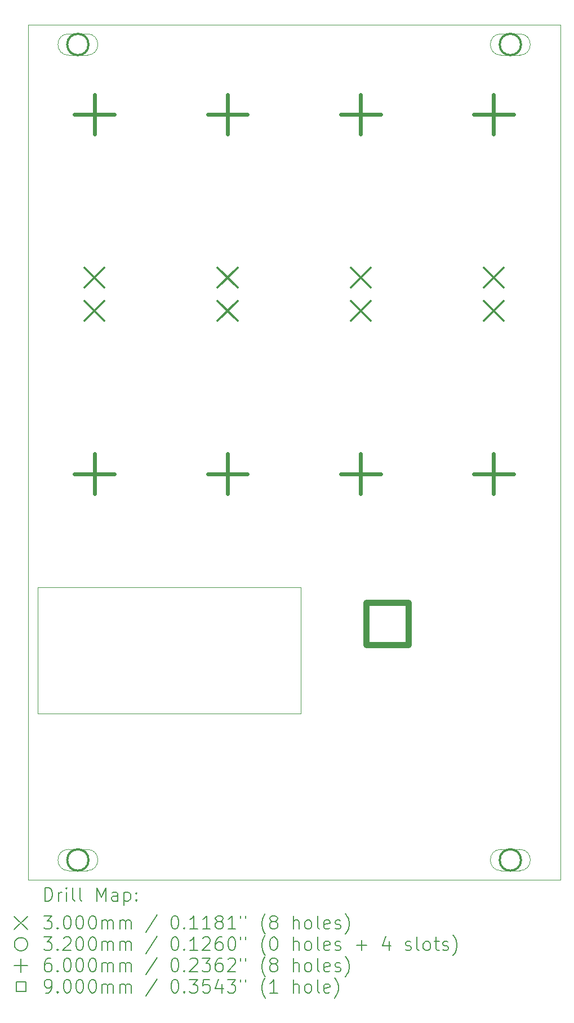
<source format=gbr>
%TF.GenerationSoftware,KiCad,Pcbnew,8.0.4+1*%
%TF.CreationDate,2024-09-11T08:07:54+08:00*%
%TF.ProjectId,MiniSeq - Panel,4d696e69-5365-4712-902d-2050616e656c,v0.1*%
%TF.SameCoordinates,Original*%
%TF.FileFunction,Drillmap*%
%TF.FilePolarity,Positive*%
%FSLAX45Y45*%
G04 Gerber Fmt 4.5, Leading zero omitted, Abs format (unit mm)*
G04 Created by KiCad (PCBNEW 8.0.4+1) date 2024-09-11 08:07:54*
%MOMM*%
%LPD*%
G01*
G04 APERTURE LIST*
%ADD10C,0.100000*%
%ADD11C,0.200000*%
%ADD12C,0.300000*%
%ADD13C,0.320000*%
%ADD14C,0.600000*%
%ADD15C,0.900000*%
G04 APERTURE END LIST*
D10*
X5000000Y-3000000D02*
X13000000Y-3000000D01*
X13000000Y-15850000D01*
X5000000Y-15850000D01*
X5000000Y-3000000D01*
X5150000Y-11450000D02*
X9100000Y-11450000D01*
X9100000Y-13350000D01*
X5150000Y-13350000D01*
X5150000Y-11450000D01*
D11*
D12*
X5850000Y-6650000D02*
X6150000Y-6950000D01*
X6150000Y-6650000D02*
X5850000Y-6950000D01*
X5850000Y-7150000D02*
X6150000Y-7450000D01*
X6150000Y-7150000D02*
X5850000Y-7450000D01*
X7850000Y-6650000D02*
X8150000Y-6950000D01*
X8150000Y-6650000D02*
X7850000Y-6950000D01*
X7850000Y-7150000D02*
X8150000Y-7450000D01*
X8150000Y-7150000D02*
X7850000Y-7450000D01*
X9850000Y-6650000D02*
X10150000Y-6950000D01*
X10150000Y-6650000D02*
X9850000Y-6950000D01*
X9850000Y-7150000D02*
X10150000Y-7450000D01*
X10150000Y-7150000D02*
X9850000Y-7450000D01*
X11850000Y-6650000D02*
X12150000Y-6950000D01*
X12150000Y-6650000D02*
X11850000Y-6950000D01*
X11850000Y-7150000D02*
X12150000Y-7450000D01*
X12150000Y-7150000D02*
X11850000Y-7450000D01*
D13*
X5910000Y-3300000D02*
G75*
G02*
X5590000Y-3300000I-160000J0D01*
G01*
X5590000Y-3300000D02*
G75*
G02*
X5910000Y-3300000I160000J0D01*
G01*
D10*
X5610000Y-3460000D02*
X5890000Y-3460000D01*
X5890000Y-3140000D02*
G75*
G02*
X5890000Y-3460000I0J-160000D01*
G01*
X5890000Y-3140000D02*
X5610000Y-3140000D01*
X5610000Y-3140000D02*
G75*
G03*
X5610000Y-3460000I0J-160000D01*
G01*
D13*
X5910000Y-15550000D02*
G75*
G02*
X5590000Y-15550000I-160000J0D01*
G01*
X5590000Y-15550000D02*
G75*
G02*
X5910000Y-15550000I160000J0D01*
G01*
D10*
X5610000Y-15710000D02*
X5890000Y-15710000D01*
X5890000Y-15390000D02*
G75*
G02*
X5890000Y-15710000I0J-160000D01*
G01*
X5890000Y-15390000D02*
X5610000Y-15390000D01*
X5610000Y-15390000D02*
G75*
G03*
X5610000Y-15710000I0J-160000D01*
G01*
D13*
X12410000Y-3300000D02*
G75*
G02*
X12090000Y-3300000I-160000J0D01*
G01*
X12090000Y-3300000D02*
G75*
G02*
X12410000Y-3300000I160000J0D01*
G01*
D10*
X12110000Y-3460000D02*
X12390000Y-3460000D01*
X12390000Y-3140000D02*
G75*
G02*
X12390000Y-3460000I0J-160000D01*
G01*
X12390000Y-3140000D02*
X12110000Y-3140000D01*
X12110000Y-3140000D02*
G75*
G03*
X12110000Y-3460000I0J-160000D01*
G01*
D13*
X12410000Y-15550000D02*
G75*
G02*
X12090000Y-15550000I-160000J0D01*
G01*
X12090000Y-15550000D02*
G75*
G02*
X12410000Y-15550000I160000J0D01*
G01*
D10*
X12110000Y-15710000D02*
X12390000Y-15710000D01*
X12390000Y-15390000D02*
G75*
G02*
X12390000Y-15710000I0J-160000D01*
G01*
X12390000Y-15390000D02*
X12110000Y-15390000D01*
X12110000Y-15390000D02*
G75*
G03*
X12110000Y-15710000I0J-160000D01*
G01*
D14*
X6000000Y-4050000D02*
X6000000Y-4650000D01*
X5700000Y-4350000D02*
X6300000Y-4350000D01*
X6000000Y-9450000D02*
X6000000Y-10050000D01*
X5700000Y-9750000D02*
X6300000Y-9750000D01*
X8000000Y-4050000D02*
X8000000Y-4650000D01*
X7700000Y-4350000D02*
X8300000Y-4350000D01*
X8000000Y-9450000D02*
X8000000Y-10050000D01*
X7700000Y-9750000D02*
X8300000Y-9750000D01*
X10000000Y-4050000D02*
X10000000Y-4650000D01*
X9700000Y-4350000D02*
X10300000Y-4350000D01*
X10000000Y-9450000D02*
X10000000Y-10050000D01*
X9700000Y-9750000D02*
X10300000Y-9750000D01*
X12000000Y-4050000D02*
X12000000Y-4650000D01*
X11700000Y-4350000D02*
X12300000Y-4350000D01*
X12000000Y-9450000D02*
X12000000Y-10050000D01*
X11700000Y-9750000D02*
X12300000Y-9750000D01*
D15*
X10718201Y-12318201D02*
X10718201Y-11681799D01*
X10081799Y-11681799D01*
X10081799Y-12318201D01*
X10718201Y-12318201D01*
D11*
X5255777Y-16166484D02*
X5255777Y-15966484D01*
X5255777Y-15966484D02*
X5303396Y-15966484D01*
X5303396Y-15966484D02*
X5331967Y-15976008D01*
X5331967Y-15976008D02*
X5351015Y-15995055D01*
X5351015Y-15995055D02*
X5360539Y-16014103D01*
X5360539Y-16014103D02*
X5370063Y-16052198D01*
X5370063Y-16052198D02*
X5370063Y-16080769D01*
X5370063Y-16080769D02*
X5360539Y-16118865D01*
X5360539Y-16118865D02*
X5351015Y-16137912D01*
X5351015Y-16137912D02*
X5331967Y-16156960D01*
X5331967Y-16156960D02*
X5303396Y-16166484D01*
X5303396Y-16166484D02*
X5255777Y-16166484D01*
X5455777Y-16166484D02*
X5455777Y-16033150D01*
X5455777Y-16071246D02*
X5465301Y-16052198D01*
X5465301Y-16052198D02*
X5474824Y-16042674D01*
X5474824Y-16042674D02*
X5493872Y-16033150D01*
X5493872Y-16033150D02*
X5512920Y-16033150D01*
X5579586Y-16166484D02*
X5579586Y-16033150D01*
X5579586Y-15966484D02*
X5570063Y-15976008D01*
X5570063Y-15976008D02*
X5579586Y-15985531D01*
X5579586Y-15985531D02*
X5589110Y-15976008D01*
X5589110Y-15976008D02*
X5579586Y-15966484D01*
X5579586Y-15966484D02*
X5579586Y-15985531D01*
X5703396Y-16166484D02*
X5684348Y-16156960D01*
X5684348Y-16156960D02*
X5674824Y-16137912D01*
X5674824Y-16137912D02*
X5674824Y-15966484D01*
X5808158Y-16166484D02*
X5789110Y-16156960D01*
X5789110Y-16156960D02*
X5779586Y-16137912D01*
X5779586Y-16137912D02*
X5779586Y-15966484D01*
X6036729Y-16166484D02*
X6036729Y-15966484D01*
X6036729Y-15966484D02*
X6103396Y-16109341D01*
X6103396Y-16109341D02*
X6170062Y-15966484D01*
X6170062Y-15966484D02*
X6170062Y-16166484D01*
X6351015Y-16166484D02*
X6351015Y-16061722D01*
X6351015Y-16061722D02*
X6341491Y-16042674D01*
X6341491Y-16042674D02*
X6322443Y-16033150D01*
X6322443Y-16033150D02*
X6284348Y-16033150D01*
X6284348Y-16033150D02*
X6265301Y-16042674D01*
X6351015Y-16156960D02*
X6331967Y-16166484D01*
X6331967Y-16166484D02*
X6284348Y-16166484D01*
X6284348Y-16166484D02*
X6265301Y-16156960D01*
X6265301Y-16156960D02*
X6255777Y-16137912D01*
X6255777Y-16137912D02*
X6255777Y-16118865D01*
X6255777Y-16118865D02*
X6265301Y-16099817D01*
X6265301Y-16099817D02*
X6284348Y-16090293D01*
X6284348Y-16090293D02*
X6331967Y-16090293D01*
X6331967Y-16090293D02*
X6351015Y-16080769D01*
X6446253Y-16033150D02*
X6446253Y-16233150D01*
X6446253Y-16042674D02*
X6465301Y-16033150D01*
X6465301Y-16033150D02*
X6503396Y-16033150D01*
X6503396Y-16033150D02*
X6522443Y-16042674D01*
X6522443Y-16042674D02*
X6531967Y-16052198D01*
X6531967Y-16052198D02*
X6541491Y-16071246D01*
X6541491Y-16071246D02*
X6541491Y-16128388D01*
X6541491Y-16128388D02*
X6531967Y-16147436D01*
X6531967Y-16147436D02*
X6522443Y-16156960D01*
X6522443Y-16156960D02*
X6503396Y-16166484D01*
X6503396Y-16166484D02*
X6465301Y-16166484D01*
X6465301Y-16166484D02*
X6446253Y-16156960D01*
X6627205Y-16147436D02*
X6636729Y-16156960D01*
X6636729Y-16156960D02*
X6627205Y-16166484D01*
X6627205Y-16166484D02*
X6617682Y-16156960D01*
X6617682Y-16156960D02*
X6627205Y-16147436D01*
X6627205Y-16147436D02*
X6627205Y-16166484D01*
X6627205Y-16042674D02*
X6636729Y-16052198D01*
X6636729Y-16052198D02*
X6627205Y-16061722D01*
X6627205Y-16061722D02*
X6617682Y-16052198D01*
X6617682Y-16052198D02*
X6627205Y-16042674D01*
X6627205Y-16042674D02*
X6627205Y-16061722D01*
X4795000Y-16395000D02*
X4995000Y-16595000D01*
X4995000Y-16395000D02*
X4795000Y-16595000D01*
X5236729Y-16386484D02*
X5360539Y-16386484D01*
X5360539Y-16386484D02*
X5293872Y-16462674D01*
X5293872Y-16462674D02*
X5322444Y-16462674D01*
X5322444Y-16462674D02*
X5341491Y-16472198D01*
X5341491Y-16472198D02*
X5351015Y-16481722D01*
X5351015Y-16481722D02*
X5360539Y-16500769D01*
X5360539Y-16500769D02*
X5360539Y-16548388D01*
X5360539Y-16548388D02*
X5351015Y-16567436D01*
X5351015Y-16567436D02*
X5341491Y-16576960D01*
X5341491Y-16576960D02*
X5322444Y-16586484D01*
X5322444Y-16586484D02*
X5265301Y-16586484D01*
X5265301Y-16586484D02*
X5246253Y-16576960D01*
X5246253Y-16576960D02*
X5236729Y-16567436D01*
X5446253Y-16567436D02*
X5455777Y-16576960D01*
X5455777Y-16576960D02*
X5446253Y-16586484D01*
X5446253Y-16586484D02*
X5436729Y-16576960D01*
X5436729Y-16576960D02*
X5446253Y-16567436D01*
X5446253Y-16567436D02*
X5446253Y-16586484D01*
X5579586Y-16386484D02*
X5598634Y-16386484D01*
X5598634Y-16386484D02*
X5617682Y-16396008D01*
X5617682Y-16396008D02*
X5627205Y-16405531D01*
X5627205Y-16405531D02*
X5636729Y-16424579D01*
X5636729Y-16424579D02*
X5646253Y-16462674D01*
X5646253Y-16462674D02*
X5646253Y-16510293D01*
X5646253Y-16510293D02*
X5636729Y-16548388D01*
X5636729Y-16548388D02*
X5627205Y-16567436D01*
X5627205Y-16567436D02*
X5617682Y-16576960D01*
X5617682Y-16576960D02*
X5598634Y-16586484D01*
X5598634Y-16586484D02*
X5579586Y-16586484D01*
X5579586Y-16586484D02*
X5560539Y-16576960D01*
X5560539Y-16576960D02*
X5551015Y-16567436D01*
X5551015Y-16567436D02*
X5541491Y-16548388D01*
X5541491Y-16548388D02*
X5531967Y-16510293D01*
X5531967Y-16510293D02*
X5531967Y-16462674D01*
X5531967Y-16462674D02*
X5541491Y-16424579D01*
X5541491Y-16424579D02*
X5551015Y-16405531D01*
X5551015Y-16405531D02*
X5560539Y-16396008D01*
X5560539Y-16396008D02*
X5579586Y-16386484D01*
X5770062Y-16386484D02*
X5789110Y-16386484D01*
X5789110Y-16386484D02*
X5808158Y-16396008D01*
X5808158Y-16396008D02*
X5817682Y-16405531D01*
X5817682Y-16405531D02*
X5827205Y-16424579D01*
X5827205Y-16424579D02*
X5836729Y-16462674D01*
X5836729Y-16462674D02*
X5836729Y-16510293D01*
X5836729Y-16510293D02*
X5827205Y-16548388D01*
X5827205Y-16548388D02*
X5817682Y-16567436D01*
X5817682Y-16567436D02*
X5808158Y-16576960D01*
X5808158Y-16576960D02*
X5789110Y-16586484D01*
X5789110Y-16586484D02*
X5770062Y-16586484D01*
X5770062Y-16586484D02*
X5751015Y-16576960D01*
X5751015Y-16576960D02*
X5741491Y-16567436D01*
X5741491Y-16567436D02*
X5731967Y-16548388D01*
X5731967Y-16548388D02*
X5722443Y-16510293D01*
X5722443Y-16510293D02*
X5722443Y-16462674D01*
X5722443Y-16462674D02*
X5731967Y-16424579D01*
X5731967Y-16424579D02*
X5741491Y-16405531D01*
X5741491Y-16405531D02*
X5751015Y-16396008D01*
X5751015Y-16396008D02*
X5770062Y-16386484D01*
X5960539Y-16386484D02*
X5979586Y-16386484D01*
X5979586Y-16386484D02*
X5998634Y-16396008D01*
X5998634Y-16396008D02*
X6008158Y-16405531D01*
X6008158Y-16405531D02*
X6017682Y-16424579D01*
X6017682Y-16424579D02*
X6027205Y-16462674D01*
X6027205Y-16462674D02*
X6027205Y-16510293D01*
X6027205Y-16510293D02*
X6017682Y-16548388D01*
X6017682Y-16548388D02*
X6008158Y-16567436D01*
X6008158Y-16567436D02*
X5998634Y-16576960D01*
X5998634Y-16576960D02*
X5979586Y-16586484D01*
X5979586Y-16586484D02*
X5960539Y-16586484D01*
X5960539Y-16586484D02*
X5941491Y-16576960D01*
X5941491Y-16576960D02*
X5931967Y-16567436D01*
X5931967Y-16567436D02*
X5922443Y-16548388D01*
X5922443Y-16548388D02*
X5912920Y-16510293D01*
X5912920Y-16510293D02*
X5912920Y-16462674D01*
X5912920Y-16462674D02*
X5922443Y-16424579D01*
X5922443Y-16424579D02*
X5931967Y-16405531D01*
X5931967Y-16405531D02*
X5941491Y-16396008D01*
X5941491Y-16396008D02*
X5960539Y-16386484D01*
X6112920Y-16586484D02*
X6112920Y-16453150D01*
X6112920Y-16472198D02*
X6122443Y-16462674D01*
X6122443Y-16462674D02*
X6141491Y-16453150D01*
X6141491Y-16453150D02*
X6170063Y-16453150D01*
X6170063Y-16453150D02*
X6189110Y-16462674D01*
X6189110Y-16462674D02*
X6198634Y-16481722D01*
X6198634Y-16481722D02*
X6198634Y-16586484D01*
X6198634Y-16481722D02*
X6208158Y-16462674D01*
X6208158Y-16462674D02*
X6227205Y-16453150D01*
X6227205Y-16453150D02*
X6255777Y-16453150D01*
X6255777Y-16453150D02*
X6274824Y-16462674D01*
X6274824Y-16462674D02*
X6284348Y-16481722D01*
X6284348Y-16481722D02*
X6284348Y-16586484D01*
X6379586Y-16586484D02*
X6379586Y-16453150D01*
X6379586Y-16472198D02*
X6389110Y-16462674D01*
X6389110Y-16462674D02*
X6408158Y-16453150D01*
X6408158Y-16453150D02*
X6436729Y-16453150D01*
X6436729Y-16453150D02*
X6455777Y-16462674D01*
X6455777Y-16462674D02*
X6465301Y-16481722D01*
X6465301Y-16481722D02*
X6465301Y-16586484D01*
X6465301Y-16481722D02*
X6474824Y-16462674D01*
X6474824Y-16462674D02*
X6493872Y-16453150D01*
X6493872Y-16453150D02*
X6522443Y-16453150D01*
X6522443Y-16453150D02*
X6541491Y-16462674D01*
X6541491Y-16462674D02*
X6551015Y-16481722D01*
X6551015Y-16481722D02*
X6551015Y-16586484D01*
X6941491Y-16376960D02*
X6770063Y-16634103D01*
X7198634Y-16386484D02*
X7217682Y-16386484D01*
X7217682Y-16386484D02*
X7236729Y-16396008D01*
X7236729Y-16396008D02*
X7246253Y-16405531D01*
X7246253Y-16405531D02*
X7255777Y-16424579D01*
X7255777Y-16424579D02*
X7265301Y-16462674D01*
X7265301Y-16462674D02*
X7265301Y-16510293D01*
X7265301Y-16510293D02*
X7255777Y-16548388D01*
X7255777Y-16548388D02*
X7246253Y-16567436D01*
X7246253Y-16567436D02*
X7236729Y-16576960D01*
X7236729Y-16576960D02*
X7217682Y-16586484D01*
X7217682Y-16586484D02*
X7198634Y-16586484D01*
X7198634Y-16586484D02*
X7179586Y-16576960D01*
X7179586Y-16576960D02*
X7170063Y-16567436D01*
X7170063Y-16567436D02*
X7160539Y-16548388D01*
X7160539Y-16548388D02*
X7151015Y-16510293D01*
X7151015Y-16510293D02*
X7151015Y-16462674D01*
X7151015Y-16462674D02*
X7160539Y-16424579D01*
X7160539Y-16424579D02*
X7170063Y-16405531D01*
X7170063Y-16405531D02*
X7179586Y-16396008D01*
X7179586Y-16396008D02*
X7198634Y-16386484D01*
X7351015Y-16567436D02*
X7360539Y-16576960D01*
X7360539Y-16576960D02*
X7351015Y-16586484D01*
X7351015Y-16586484D02*
X7341491Y-16576960D01*
X7341491Y-16576960D02*
X7351015Y-16567436D01*
X7351015Y-16567436D02*
X7351015Y-16586484D01*
X7551015Y-16586484D02*
X7436729Y-16586484D01*
X7493872Y-16586484D02*
X7493872Y-16386484D01*
X7493872Y-16386484D02*
X7474825Y-16415055D01*
X7474825Y-16415055D02*
X7455777Y-16434103D01*
X7455777Y-16434103D02*
X7436729Y-16443627D01*
X7741491Y-16586484D02*
X7627206Y-16586484D01*
X7684348Y-16586484D02*
X7684348Y-16386484D01*
X7684348Y-16386484D02*
X7665301Y-16415055D01*
X7665301Y-16415055D02*
X7646253Y-16434103D01*
X7646253Y-16434103D02*
X7627206Y-16443627D01*
X7855777Y-16472198D02*
X7836729Y-16462674D01*
X7836729Y-16462674D02*
X7827206Y-16453150D01*
X7827206Y-16453150D02*
X7817682Y-16434103D01*
X7817682Y-16434103D02*
X7817682Y-16424579D01*
X7817682Y-16424579D02*
X7827206Y-16405531D01*
X7827206Y-16405531D02*
X7836729Y-16396008D01*
X7836729Y-16396008D02*
X7855777Y-16386484D01*
X7855777Y-16386484D02*
X7893872Y-16386484D01*
X7893872Y-16386484D02*
X7912920Y-16396008D01*
X7912920Y-16396008D02*
X7922444Y-16405531D01*
X7922444Y-16405531D02*
X7931967Y-16424579D01*
X7931967Y-16424579D02*
X7931967Y-16434103D01*
X7931967Y-16434103D02*
X7922444Y-16453150D01*
X7922444Y-16453150D02*
X7912920Y-16462674D01*
X7912920Y-16462674D02*
X7893872Y-16472198D01*
X7893872Y-16472198D02*
X7855777Y-16472198D01*
X7855777Y-16472198D02*
X7836729Y-16481722D01*
X7836729Y-16481722D02*
X7827206Y-16491246D01*
X7827206Y-16491246D02*
X7817682Y-16510293D01*
X7817682Y-16510293D02*
X7817682Y-16548388D01*
X7817682Y-16548388D02*
X7827206Y-16567436D01*
X7827206Y-16567436D02*
X7836729Y-16576960D01*
X7836729Y-16576960D02*
X7855777Y-16586484D01*
X7855777Y-16586484D02*
X7893872Y-16586484D01*
X7893872Y-16586484D02*
X7912920Y-16576960D01*
X7912920Y-16576960D02*
X7922444Y-16567436D01*
X7922444Y-16567436D02*
X7931967Y-16548388D01*
X7931967Y-16548388D02*
X7931967Y-16510293D01*
X7931967Y-16510293D02*
X7922444Y-16491246D01*
X7922444Y-16491246D02*
X7912920Y-16481722D01*
X7912920Y-16481722D02*
X7893872Y-16472198D01*
X8122444Y-16586484D02*
X8008158Y-16586484D01*
X8065301Y-16586484D02*
X8065301Y-16386484D01*
X8065301Y-16386484D02*
X8046253Y-16415055D01*
X8046253Y-16415055D02*
X8027206Y-16434103D01*
X8027206Y-16434103D02*
X8008158Y-16443627D01*
X8198634Y-16386484D02*
X8198634Y-16424579D01*
X8274825Y-16386484D02*
X8274825Y-16424579D01*
X8570063Y-16662674D02*
X8560539Y-16653150D01*
X8560539Y-16653150D02*
X8541491Y-16624579D01*
X8541491Y-16624579D02*
X8531968Y-16605531D01*
X8531968Y-16605531D02*
X8522444Y-16576960D01*
X8522444Y-16576960D02*
X8512920Y-16529341D01*
X8512920Y-16529341D02*
X8512920Y-16491246D01*
X8512920Y-16491246D02*
X8522444Y-16443627D01*
X8522444Y-16443627D02*
X8531968Y-16415055D01*
X8531968Y-16415055D02*
X8541491Y-16396008D01*
X8541491Y-16396008D02*
X8560539Y-16367436D01*
X8560539Y-16367436D02*
X8570063Y-16357912D01*
X8674825Y-16472198D02*
X8655777Y-16462674D01*
X8655777Y-16462674D02*
X8646253Y-16453150D01*
X8646253Y-16453150D02*
X8636730Y-16434103D01*
X8636730Y-16434103D02*
X8636730Y-16424579D01*
X8636730Y-16424579D02*
X8646253Y-16405531D01*
X8646253Y-16405531D02*
X8655777Y-16396008D01*
X8655777Y-16396008D02*
X8674825Y-16386484D01*
X8674825Y-16386484D02*
X8712920Y-16386484D01*
X8712920Y-16386484D02*
X8731968Y-16396008D01*
X8731968Y-16396008D02*
X8741491Y-16405531D01*
X8741491Y-16405531D02*
X8751015Y-16424579D01*
X8751015Y-16424579D02*
X8751015Y-16434103D01*
X8751015Y-16434103D02*
X8741491Y-16453150D01*
X8741491Y-16453150D02*
X8731968Y-16462674D01*
X8731968Y-16462674D02*
X8712920Y-16472198D01*
X8712920Y-16472198D02*
X8674825Y-16472198D01*
X8674825Y-16472198D02*
X8655777Y-16481722D01*
X8655777Y-16481722D02*
X8646253Y-16491246D01*
X8646253Y-16491246D02*
X8636730Y-16510293D01*
X8636730Y-16510293D02*
X8636730Y-16548388D01*
X8636730Y-16548388D02*
X8646253Y-16567436D01*
X8646253Y-16567436D02*
X8655777Y-16576960D01*
X8655777Y-16576960D02*
X8674825Y-16586484D01*
X8674825Y-16586484D02*
X8712920Y-16586484D01*
X8712920Y-16586484D02*
X8731968Y-16576960D01*
X8731968Y-16576960D02*
X8741491Y-16567436D01*
X8741491Y-16567436D02*
X8751015Y-16548388D01*
X8751015Y-16548388D02*
X8751015Y-16510293D01*
X8751015Y-16510293D02*
X8741491Y-16491246D01*
X8741491Y-16491246D02*
X8731968Y-16481722D01*
X8731968Y-16481722D02*
X8712920Y-16472198D01*
X8989111Y-16586484D02*
X8989111Y-16386484D01*
X9074825Y-16586484D02*
X9074825Y-16481722D01*
X9074825Y-16481722D02*
X9065301Y-16462674D01*
X9065301Y-16462674D02*
X9046253Y-16453150D01*
X9046253Y-16453150D02*
X9017682Y-16453150D01*
X9017682Y-16453150D02*
X8998634Y-16462674D01*
X8998634Y-16462674D02*
X8989111Y-16472198D01*
X9198634Y-16586484D02*
X9179587Y-16576960D01*
X9179587Y-16576960D02*
X9170063Y-16567436D01*
X9170063Y-16567436D02*
X9160539Y-16548388D01*
X9160539Y-16548388D02*
X9160539Y-16491246D01*
X9160539Y-16491246D02*
X9170063Y-16472198D01*
X9170063Y-16472198D02*
X9179587Y-16462674D01*
X9179587Y-16462674D02*
X9198634Y-16453150D01*
X9198634Y-16453150D02*
X9227206Y-16453150D01*
X9227206Y-16453150D02*
X9246253Y-16462674D01*
X9246253Y-16462674D02*
X9255777Y-16472198D01*
X9255777Y-16472198D02*
X9265301Y-16491246D01*
X9265301Y-16491246D02*
X9265301Y-16548388D01*
X9265301Y-16548388D02*
X9255777Y-16567436D01*
X9255777Y-16567436D02*
X9246253Y-16576960D01*
X9246253Y-16576960D02*
X9227206Y-16586484D01*
X9227206Y-16586484D02*
X9198634Y-16586484D01*
X9379587Y-16586484D02*
X9360539Y-16576960D01*
X9360539Y-16576960D02*
X9351015Y-16557912D01*
X9351015Y-16557912D02*
X9351015Y-16386484D01*
X9531968Y-16576960D02*
X9512920Y-16586484D01*
X9512920Y-16586484D02*
X9474825Y-16586484D01*
X9474825Y-16586484D02*
X9455777Y-16576960D01*
X9455777Y-16576960D02*
X9446253Y-16557912D01*
X9446253Y-16557912D02*
X9446253Y-16481722D01*
X9446253Y-16481722D02*
X9455777Y-16462674D01*
X9455777Y-16462674D02*
X9474825Y-16453150D01*
X9474825Y-16453150D02*
X9512920Y-16453150D01*
X9512920Y-16453150D02*
X9531968Y-16462674D01*
X9531968Y-16462674D02*
X9541492Y-16481722D01*
X9541492Y-16481722D02*
X9541492Y-16500769D01*
X9541492Y-16500769D02*
X9446253Y-16519817D01*
X9617682Y-16576960D02*
X9636730Y-16586484D01*
X9636730Y-16586484D02*
X9674825Y-16586484D01*
X9674825Y-16586484D02*
X9693873Y-16576960D01*
X9693873Y-16576960D02*
X9703396Y-16557912D01*
X9703396Y-16557912D02*
X9703396Y-16548388D01*
X9703396Y-16548388D02*
X9693873Y-16529341D01*
X9693873Y-16529341D02*
X9674825Y-16519817D01*
X9674825Y-16519817D02*
X9646253Y-16519817D01*
X9646253Y-16519817D02*
X9627206Y-16510293D01*
X9627206Y-16510293D02*
X9617682Y-16491246D01*
X9617682Y-16491246D02*
X9617682Y-16481722D01*
X9617682Y-16481722D02*
X9627206Y-16462674D01*
X9627206Y-16462674D02*
X9646253Y-16453150D01*
X9646253Y-16453150D02*
X9674825Y-16453150D01*
X9674825Y-16453150D02*
X9693873Y-16462674D01*
X9770063Y-16662674D02*
X9779587Y-16653150D01*
X9779587Y-16653150D02*
X9798634Y-16624579D01*
X9798634Y-16624579D02*
X9808158Y-16605531D01*
X9808158Y-16605531D02*
X9817682Y-16576960D01*
X9817682Y-16576960D02*
X9827206Y-16529341D01*
X9827206Y-16529341D02*
X9827206Y-16491246D01*
X9827206Y-16491246D02*
X9817682Y-16443627D01*
X9817682Y-16443627D02*
X9808158Y-16415055D01*
X9808158Y-16415055D02*
X9798634Y-16396008D01*
X9798634Y-16396008D02*
X9779587Y-16367436D01*
X9779587Y-16367436D02*
X9770063Y-16357912D01*
X4995000Y-16815000D02*
G75*
G02*
X4795000Y-16815000I-100000J0D01*
G01*
X4795000Y-16815000D02*
G75*
G02*
X4995000Y-16815000I100000J0D01*
G01*
X5236729Y-16706484D02*
X5360539Y-16706484D01*
X5360539Y-16706484D02*
X5293872Y-16782674D01*
X5293872Y-16782674D02*
X5322444Y-16782674D01*
X5322444Y-16782674D02*
X5341491Y-16792198D01*
X5341491Y-16792198D02*
X5351015Y-16801722D01*
X5351015Y-16801722D02*
X5360539Y-16820770D01*
X5360539Y-16820770D02*
X5360539Y-16868389D01*
X5360539Y-16868389D02*
X5351015Y-16887436D01*
X5351015Y-16887436D02*
X5341491Y-16896960D01*
X5341491Y-16896960D02*
X5322444Y-16906484D01*
X5322444Y-16906484D02*
X5265301Y-16906484D01*
X5265301Y-16906484D02*
X5246253Y-16896960D01*
X5246253Y-16896960D02*
X5236729Y-16887436D01*
X5446253Y-16887436D02*
X5455777Y-16896960D01*
X5455777Y-16896960D02*
X5446253Y-16906484D01*
X5446253Y-16906484D02*
X5436729Y-16896960D01*
X5436729Y-16896960D02*
X5446253Y-16887436D01*
X5446253Y-16887436D02*
X5446253Y-16906484D01*
X5531967Y-16725531D02*
X5541491Y-16716008D01*
X5541491Y-16716008D02*
X5560539Y-16706484D01*
X5560539Y-16706484D02*
X5608158Y-16706484D01*
X5608158Y-16706484D02*
X5627205Y-16716008D01*
X5627205Y-16716008D02*
X5636729Y-16725531D01*
X5636729Y-16725531D02*
X5646253Y-16744579D01*
X5646253Y-16744579D02*
X5646253Y-16763627D01*
X5646253Y-16763627D02*
X5636729Y-16792198D01*
X5636729Y-16792198D02*
X5522444Y-16906484D01*
X5522444Y-16906484D02*
X5646253Y-16906484D01*
X5770062Y-16706484D02*
X5789110Y-16706484D01*
X5789110Y-16706484D02*
X5808158Y-16716008D01*
X5808158Y-16716008D02*
X5817682Y-16725531D01*
X5817682Y-16725531D02*
X5827205Y-16744579D01*
X5827205Y-16744579D02*
X5836729Y-16782674D01*
X5836729Y-16782674D02*
X5836729Y-16830293D01*
X5836729Y-16830293D02*
X5827205Y-16868389D01*
X5827205Y-16868389D02*
X5817682Y-16887436D01*
X5817682Y-16887436D02*
X5808158Y-16896960D01*
X5808158Y-16896960D02*
X5789110Y-16906484D01*
X5789110Y-16906484D02*
X5770062Y-16906484D01*
X5770062Y-16906484D02*
X5751015Y-16896960D01*
X5751015Y-16896960D02*
X5741491Y-16887436D01*
X5741491Y-16887436D02*
X5731967Y-16868389D01*
X5731967Y-16868389D02*
X5722443Y-16830293D01*
X5722443Y-16830293D02*
X5722443Y-16782674D01*
X5722443Y-16782674D02*
X5731967Y-16744579D01*
X5731967Y-16744579D02*
X5741491Y-16725531D01*
X5741491Y-16725531D02*
X5751015Y-16716008D01*
X5751015Y-16716008D02*
X5770062Y-16706484D01*
X5960539Y-16706484D02*
X5979586Y-16706484D01*
X5979586Y-16706484D02*
X5998634Y-16716008D01*
X5998634Y-16716008D02*
X6008158Y-16725531D01*
X6008158Y-16725531D02*
X6017682Y-16744579D01*
X6017682Y-16744579D02*
X6027205Y-16782674D01*
X6027205Y-16782674D02*
X6027205Y-16830293D01*
X6027205Y-16830293D02*
X6017682Y-16868389D01*
X6017682Y-16868389D02*
X6008158Y-16887436D01*
X6008158Y-16887436D02*
X5998634Y-16896960D01*
X5998634Y-16896960D02*
X5979586Y-16906484D01*
X5979586Y-16906484D02*
X5960539Y-16906484D01*
X5960539Y-16906484D02*
X5941491Y-16896960D01*
X5941491Y-16896960D02*
X5931967Y-16887436D01*
X5931967Y-16887436D02*
X5922443Y-16868389D01*
X5922443Y-16868389D02*
X5912920Y-16830293D01*
X5912920Y-16830293D02*
X5912920Y-16782674D01*
X5912920Y-16782674D02*
X5922443Y-16744579D01*
X5922443Y-16744579D02*
X5931967Y-16725531D01*
X5931967Y-16725531D02*
X5941491Y-16716008D01*
X5941491Y-16716008D02*
X5960539Y-16706484D01*
X6112920Y-16906484D02*
X6112920Y-16773150D01*
X6112920Y-16792198D02*
X6122443Y-16782674D01*
X6122443Y-16782674D02*
X6141491Y-16773150D01*
X6141491Y-16773150D02*
X6170063Y-16773150D01*
X6170063Y-16773150D02*
X6189110Y-16782674D01*
X6189110Y-16782674D02*
X6198634Y-16801722D01*
X6198634Y-16801722D02*
X6198634Y-16906484D01*
X6198634Y-16801722D02*
X6208158Y-16782674D01*
X6208158Y-16782674D02*
X6227205Y-16773150D01*
X6227205Y-16773150D02*
X6255777Y-16773150D01*
X6255777Y-16773150D02*
X6274824Y-16782674D01*
X6274824Y-16782674D02*
X6284348Y-16801722D01*
X6284348Y-16801722D02*
X6284348Y-16906484D01*
X6379586Y-16906484D02*
X6379586Y-16773150D01*
X6379586Y-16792198D02*
X6389110Y-16782674D01*
X6389110Y-16782674D02*
X6408158Y-16773150D01*
X6408158Y-16773150D02*
X6436729Y-16773150D01*
X6436729Y-16773150D02*
X6455777Y-16782674D01*
X6455777Y-16782674D02*
X6465301Y-16801722D01*
X6465301Y-16801722D02*
X6465301Y-16906484D01*
X6465301Y-16801722D02*
X6474824Y-16782674D01*
X6474824Y-16782674D02*
X6493872Y-16773150D01*
X6493872Y-16773150D02*
X6522443Y-16773150D01*
X6522443Y-16773150D02*
X6541491Y-16782674D01*
X6541491Y-16782674D02*
X6551015Y-16801722D01*
X6551015Y-16801722D02*
X6551015Y-16906484D01*
X6941491Y-16696960D02*
X6770063Y-16954103D01*
X7198634Y-16706484D02*
X7217682Y-16706484D01*
X7217682Y-16706484D02*
X7236729Y-16716008D01*
X7236729Y-16716008D02*
X7246253Y-16725531D01*
X7246253Y-16725531D02*
X7255777Y-16744579D01*
X7255777Y-16744579D02*
X7265301Y-16782674D01*
X7265301Y-16782674D02*
X7265301Y-16830293D01*
X7265301Y-16830293D02*
X7255777Y-16868389D01*
X7255777Y-16868389D02*
X7246253Y-16887436D01*
X7246253Y-16887436D02*
X7236729Y-16896960D01*
X7236729Y-16896960D02*
X7217682Y-16906484D01*
X7217682Y-16906484D02*
X7198634Y-16906484D01*
X7198634Y-16906484D02*
X7179586Y-16896960D01*
X7179586Y-16896960D02*
X7170063Y-16887436D01*
X7170063Y-16887436D02*
X7160539Y-16868389D01*
X7160539Y-16868389D02*
X7151015Y-16830293D01*
X7151015Y-16830293D02*
X7151015Y-16782674D01*
X7151015Y-16782674D02*
X7160539Y-16744579D01*
X7160539Y-16744579D02*
X7170063Y-16725531D01*
X7170063Y-16725531D02*
X7179586Y-16716008D01*
X7179586Y-16716008D02*
X7198634Y-16706484D01*
X7351015Y-16887436D02*
X7360539Y-16896960D01*
X7360539Y-16896960D02*
X7351015Y-16906484D01*
X7351015Y-16906484D02*
X7341491Y-16896960D01*
X7341491Y-16896960D02*
X7351015Y-16887436D01*
X7351015Y-16887436D02*
X7351015Y-16906484D01*
X7551015Y-16906484D02*
X7436729Y-16906484D01*
X7493872Y-16906484D02*
X7493872Y-16706484D01*
X7493872Y-16706484D02*
X7474825Y-16735055D01*
X7474825Y-16735055D02*
X7455777Y-16754103D01*
X7455777Y-16754103D02*
X7436729Y-16763627D01*
X7627206Y-16725531D02*
X7636729Y-16716008D01*
X7636729Y-16716008D02*
X7655777Y-16706484D01*
X7655777Y-16706484D02*
X7703396Y-16706484D01*
X7703396Y-16706484D02*
X7722444Y-16716008D01*
X7722444Y-16716008D02*
X7731967Y-16725531D01*
X7731967Y-16725531D02*
X7741491Y-16744579D01*
X7741491Y-16744579D02*
X7741491Y-16763627D01*
X7741491Y-16763627D02*
X7731967Y-16792198D01*
X7731967Y-16792198D02*
X7617682Y-16906484D01*
X7617682Y-16906484D02*
X7741491Y-16906484D01*
X7912920Y-16706484D02*
X7874825Y-16706484D01*
X7874825Y-16706484D02*
X7855777Y-16716008D01*
X7855777Y-16716008D02*
X7846253Y-16725531D01*
X7846253Y-16725531D02*
X7827206Y-16754103D01*
X7827206Y-16754103D02*
X7817682Y-16792198D01*
X7817682Y-16792198D02*
X7817682Y-16868389D01*
X7817682Y-16868389D02*
X7827206Y-16887436D01*
X7827206Y-16887436D02*
X7836729Y-16896960D01*
X7836729Y-16896960D02*
X7855777Y-16906484D01*
X7855777Y-16906484D02*
X7893872Y-16906484D01*
X7893872Y-16906484D02*
X7912920Y-16896960D01*
X7912920Y-16896960D02*
X7922444Y-16887436D01*
X7922444Y-16887436D02*
X7931967Y-16868389D01*
X7931967Y-16868389D02*
X7931967Y-16820770D01*
X7931967Y-16820770D02*
X7922444Y-16801722D01*
X7922444Y-16801722D02*
X7912920Y-16792198D01*
X7912920Y-16792198D02*
X7893872Y-16782674D01*
X7893872Y-16782674D02*
X7855777Y-16782674D01*
X7855777Y-16782674D02*
X7836729Y-16792198D01*
X7836729Y-16792198D02*
X7827206Y-16801722D01*
X7827206Y-16801722D02*
X7817682Y-16820770D01*
X8055777Y-16706484D02*
X8074825Y-16706484D01*
X8074825Y-16706484D02*
X8093872Y-16716008D01*
X8093872Y-16716008D02*
X8103396Y-16725531D01*
X8103396Y-16725531D02*
X8112920Y-16744579D01*
X8112920Y-16744579D02*
X8122444Y-16782674D01*
X8122444Y-16782674D02*
X8122444Y-16830293D01*
X8122444Y-16830293D02*
X8112920Y-16868389D01*
X8112920Y-16868389D02*
X8103396Y-16887436D01*
X8103396Y-16887436D02*
X8093872Y-16896960D01*
X8093872Y-16896960D02*
X8074825Y-16906484D01*
X8074825Y-16906484D02*
X8055777Y-16906484D01*
X8055777Y-16906484D02*
X8036729Y-16896960D01*
X8036729Y-16896960D02*
X8027206Y-16887436D01*
X8027206Y-16887436D02*
X8017682Y-16868389D01*
X8017682Y-16868389D02*
X8008158Y-16830293D01*
X8008158Y-16830293D02*
X8008158Y-16782674D01*
X8008158Y-16782674D02*
X8017682Y-16744579D01*
X8017682Y-16744579D02*
X8027206Y-16725531D01*
X8027206Y-16725531D02*
X8036729Y-16716008D01*
X8036729Y-16716008D02*
X8055777Y-16706484D01*
X8198634Y-16706484D02*
X8198634Y-16744579D01*
X8274825Y-16706484D02*
X8274825Y-16744579D01*
X8570063Y-16982674D02*
X8560539Y-16973150D01*
X8560539Y-16973150D02*
X8541491Y-16944579D01*
X8541491Y-16944579D02*
X8531968Y-16925531D01*
X8531968Y-16925531D02*
X8522444Y-16896960D01*
X8522444Y-16896960D02*
X8512920Y-16849341D01*
X8512920Y-16849341D02*
X8512920Y-16811246D01*
X8512920Y-16811246D02*
X8522444Y-16763627D01*
X8522444Y-16763627D02*
X8531968Y-16735055D01*
X8531968Y-16735055D02*
X8541491Y-16716008D01*
X8541491Y-16716008D02*
X8560539Y-16687436D01*
X8560539Y-16687436D02*
X8570063Y-16677912D01*
X8684349Y-16706484D02*
X8703396Y-16706484D01*
X8703396Y-16706484D02*
X8722444Y-16716008D01*
X8722444Y-16716008D02*
X8731968Y-16725531D01*
X8731968Y-16725531D02*
X8741491Y-16744579D01*
X8741491Y-16744579D02*
X8751015Y-16782674D01*
X8751015Y-16782674D02*
X8751015Y-16830293D01*
X8751015Y-16830293D02*
X8741491Y-16868389D01*
X8741491Y-16868389D02*
X8731968Y-16887436D01*
X8731968Y-16887436D02*
X8722444Y-16896960D01*
X8722444Y-16896960D02*
X8703396Y-16906484D01*
X8703396Y-16906484D02*
X8684349Y-16906484D01*
X8684349Y-16906484D02*
X8665301Y-16896960D01*
X8665301Y-16896960D02*
X8655777Y-16887436D01*
X8655777Y-16887436D02*
X8646253Y-16868389D01*
X8646253Y-16868389D02*
X8636730Y-16830293D01*
X8636730Y-16830293D02*
X8636730Y-16782674D01*
X8636730Y-16782674D02*
X8646253Y-16744579D01*
X8646253Y-16744579D02*
X8655777Y-16725531D01*
X8655777Y-16725531D02*
X8665301Y-16716008D01*
X8665301Y-16716008D02*
X8684349Y-16706484D01*
X8989111Y-16906484D02*
X8989111Y-16706484D01*
X9074825Y-16906484D02*
X9074825Y-16801722D01*
X9074825Y-16801722D02*
X9065301Y-16782674D01*
X9065301Y-16782674D02*
X9046253Y-16773150D01*
X9046253Y-16773150D02*
X9017682Y-16773150D01*
X9017682Y-16773150D02*
X8998634Y-16782674D01*
X8998634Y-16782674D02*
X8989111Y-16792198D01*
X9198634Y-16906484D02*
X9179587Y-16896960D01*
X9179587Y-16896960D02*
X9170063Y-16887436D01*
X9170063Y-16887436D02*
X9160539Y-16868389D01*
X9160539Y-16868389D02*
X9160539Y-16811246D01*
X9160539Y-16811246D02*
X9170063Y-16792198D01*
X9170063Y-16792198D02*
X9179587Y-16782674D01*
X9179587Y-16782674D02*
X9198634Y-16773150D01*
X9198634Y-16773150D02*
X9227206Y-16773150D01*
X9227206Y-16773150D02*
X9246253Y-16782674D01*
X9246253Y-16782674D02*
X9255777Y-16792198D01*
X9255777Y-16792198D02*
X9265301Y-16811246D01*
X9265301Y-16811246D02*
X9265301Y-16868389D01*
X9265301Y-16868389D02*
X9255777Y-16887436D01*
X9255777Y-16887436D02*
X9246253Y-16896960D01*
X9246253Y-16896960D02*
X9227206Y-16906484D01*
X9227206Y-16906484D02*
X9198634Y-16906484D01*
X9379587Y-16906484D02*
X9360539Y-16896960D01*
X9360539Y-16896960D02*
X9351015Y-16877912D01*
X9351015Y-16877912D02*
X9351015Y-16706484D01*
X9531968Y-16896960D02*
X9512920Y-16906484D01*
X9512920Y-16906484D02*
X9474825Y-16906484D01*
X9474825Y-16906484D02*
X9455777Y-16896960D01*
X9455777Y-16896960D02*
X9446253Y-16877912D01*
X9446253Y-16877912D02*
X9446253Y-16801722D01*
X9446253Y-16801722D02*
X9455777Y-16782674D01*
X9455777Y-16782674D02*
X9474825Y-16773150D01*
X9474825Y-16773150D02*
X9512920Y-16773150D01*
X9512920Y-16773150D02*
X9531968Y-16782674D01*
X9531968Y-16782674D02*
X9541492Y-16801722D01*
X9541492Y-16801722D02*
X9541492Y-16820770D01*
X9541492Y-16820770D02*
X9446253Y-16839817D01*
X9617682Y-16896960D02*
X9636730Y-16906484D01*
X9636730Y-16906484D02*
X9674825Y-16906484D01*
X9674825Y-16906484D02*
X9693873Y-16896960D01*
X9693873Y-16896960D02*
X9703396Y-16877912D01*
X9703396Y-16877912D02*
X9703396Y-16868389D01*
X9703396Y-16868389D02*
X9693873Y-16849341D01*
X9693873Y-16849341D02*
X9674825Y-16839817D01*
X9674825Y-16839817D02*
X9646253Y-16839817D01*
X9646253Y-16839817D02*
X9627206Y-16830293D01*
X9627206Y-16830293D02*
X9617682Y-16811246D01*
X9617682Y-16811246D02*
X9617682Y-16801722D01*
X9617682Y-16801722D02*
X9627206Y-16782674D01*
X9627206Y-16782674D02*
X9646253Y-16773150D01*
X9646253Y-16773150D02*
X9674825Y-16773150D01*
X9674825Y-16773150D02*
X9693873Y-16782674D01*
X9941492Y-16830293D02*
X10093873Y-16830293D01*
X10017682Y-16906484D02*
X10017682Y-16754103D01*
X10427206Y-16773150D02*
X10427206Y-16906484D01*
X10379587Y-16696960D02*
X10331968Y-16839817D01*
X10331968Y-16839817D02*
X10455777Y-16839817D01*
X10674825Y-16896960D02*
X10693873Y-16906484D01*
X10693873Y-16906484D02*
X10731968Y-16906484D01*
X10731968Y-16906484D02*
X10751016Y-16896960D01*
X10751016Y-16896960D02*
X10760539Y-16877912D01*
X10760539Y-16877912D02*
X10760539Y-16868389D01*
X10760539Y-16868389D02*
X10751016Y-16849341D01*
X10751016Y-16849341D02*
X10731968Y-16839817D01*
X10731968Y-16839817D02*
X10703396Y-16839817D01*
X10703396Y-16839817D02*
X10684349Y-16830293D01*
X10684349Y-16830293D02*
X10674825Y-16811246D01*
X10674825Y-16811246D02*
X10674825Y-16801722D01*
X10674825Y-16801722D02*
X10684349Y-16782674D01*
X10684349Y-16782674D02*
X10703396Y-16773150D01*
X10703396Y-16773150D02*
X10731968Y-16773150D01*
X10731968Y-16773150D02*
X10751016Y-16782674D01*
X10874825Y-16906484D02*
X10855777Y-16896960D01*
X10855777Y-16896960D02*
X10846254Y-16877912D01*
X10846254Y-16877912D02*
X10846254Y-16706484D01*
X10979587Y-16906484D02*
X10960539Y-16896960D01*
X10960539Y-16896960D02*
X10951016Y-16887436D01*
X10951016Y-16887436D02*
X10941492Y-16868389D01*
X10941492Y-16868389D02*
X10941492Y-16811246D01*
X10941492Y-16811246D02*
X10951016Y-16792198D01*
X10951016Y-16792198D02*
X10960539Y-16782674D01*
X10960539Y-16782674D02*
X10979587Y-16773150D01*
X10979587Y-16773150D02*
X11008158Y-16773150D01*
X11008158Y-16773150D02*
X11027206Y-16782674D01*
X11027206Y-16782674D02*
X11036730Y-16792198D01*
X11036730Y-16792198D02*
X11046254Y-16811246D01*
X11046254Y-16811246D02*
X11046254Y-16868389D01*
X11046254Y-16868389D02*
X11036730Y-16887436D01*
X11036730Y-16887436D02*
X11027206Y-16896960D01*
X11027206Y-16896960D02*
X11008158Y-16906484D01*
X11008158Y-16906484D02*
X10979587Y-16906484D01*
X11103397Y-16773150D02*
X11179587Y-16773150D01*
X11131968Y-16706484D02*
X11131968Y-16877912D01*
X11131968Y-16877912D02*
X11141492Y-16896960D01*
X11141492Y-16896960D02*
X11160539Y-16906484D01*
X11160539Y-16906484D02*
X11179587Y-16906484D01*
X11236730Y-16896960D02*
X11255777Y-16906484D01*
X11255777Y-16906484D02*
X11293873Y-16906484D01*
X11293873Y-16906484D02*
X11312920Y-16896960D01*
X11312920Y-16896960D02*
X11322444Y-16877912D01*
X11322444Y-16877912D02*
X11322444Y-16868389D01*
X11322444Y-16868389D02*
X11312920Y-16849341D01*
X11312920Y-16849341D02*
X11293873Y-16839817D01*
X11293873Y-16839817D02*
X11265301Y-16839817D01*
X11265301Y-16839817D02*
X11246254Y-16830293D01*
X11246254Y-16830293D02*
X11236730Y-16811246D01*
X11236730Y-16811246D02*
X11236730Y-16801722D01*
X11236730Y-16801722D02*
X11246254Y-16782674D01*
X11246254Y-16782674D02*
X11265301Y-16773150D01*
X11265301Y-16773150D02*
X11293873Y-16773150D01*
X11293873Y-16773150D02*
X11312920Y-16782674D01*
X11389111Y-16982674D02*
X11398635Y-16973150D01*
X11398635Y-16973150D02*
X11417682Y-16944579D01*
X11417682Y-16944579D02*
X11427206Y-16925531D01*
X11427206Y-16925531D02*
X11436730Y-16896960D01*
X11436730Y-16896960D02*
X11446254Y-16849341D01*
X11446254Y-16849341D02*
X11446254Y-16811246D01*
X11446254Y-16811246D02*
X11436730Y-16763627D01*
X11436730Y-16763627D02*
X11427206Y-16735055D01*
X11427206Y-16735055D02*
X11417682Y-16716008D01*
X11417682Y-16716008D02*
X11398635Y-16687436D01*
X11398635Y-16687436D02*
X11389111Y-16677912D01*
X4895000Y-17035000D02*
X4895000Y-17235000D01*
X4795000Y-17135000D02*
X4995000Y-17135000D01*
X5341491Y-17026484D02*
X5303396Y-17026484D01*
X5303396Y-17026484D02*
X5284348Y-17036008D01*
X5284348Y-17036008D02*
X5274824Y-17045531D01*
X5274824Y-17045531D02*
X5255777Y-17074103D01*
X5255777Y-17074103D02*
X5246253Y-17112198D01*
X5246253Y-17112198D02*
X5246253Y-17188389D01*
X5246253Y-17188389D02*
X5255777Y-17207436D01*
X5255777Y-17207436D02*
X5265301Y-17216960D01*
X5265301Y-17216960D02*
X5284348Y-17226484D01*
X5284348Y-17226484D02*
X5322444Y-17226484D01*
X5322444Y-17226484D02*
X5341491Y-17216960D01*
X5341491Y-17216960D02*
X5351015Y-17207436D01*
X5351015Y-17207436D02*
X5360539Y-17188389D01*
X5360539Y-17188389D02*
X5360539Y-17140770D01*
X5360539Y-17140770D02*
X5351015Y-17121722D01*
X5351015Y-17121722D02*
X5341491Y-17112198D01*
X5341491Y-17112198D02*
X5322444Y-17102674D01*
X5322444Y-17102674D02*
X5284348Y-17102674D01*
X5284348Y-17102674D02*
X5265301Y-17112198D01*
X5265301Y-17112198D02*
X5255777Y-17121722D01*
X5255777Y-17121722D02*
X5246253Y-17140770D01*
X5446253Y-17207436D02*
X5455777Y-17216960D01*
X5455777Y-17216960D02*
X5446253Y-17226484D01*
X5446253Y-17226484D02*
X5436729Y-17216960D01*
X5436729Y-17216960D02*
X5446253Y-17207436D01*
X5446253Y-17207436D02*
X5446253Y-17226484D01*
X5579586Y-17026484D02*
X5598634Y-17026484D01*
X5598634Y-17026484D02*
X5617682Y-17036008D01*
X5617682Y-17036008D02*
X5627205Y-17045531D01*
X5627205Y-17045531D02*
X5636729Y-17064579D01*
X5636729Y-17064579D02*
X5646253Y-17102674D01*
X5646253Y-17102674D02*
X5646253Y-17150293D01*
X5646253Y-17150293D02*
X5636729Y-17188389D01*
X5636729Y-17188389D02*
X5627205Y-17207436D01*
X5627205Y-17207436D02*
X5617682Y-17216960D01*
X5617682Y-17216960D02*
X5598634Y-17226484D01*
X5598634Y-17226484D02*
X5579586Y-17226484D01*
X5579586Y-17226484D02*
X5560539Y-17216960D01*
X5560539Y-17216960D02*
X5551015Y-17207436D01*
X5551015Y-17207436D02*
X5541491Y-17188389D01*
X5541491Y-17188389D02*
X5531967Y-17150293D01*
X5531967Y-17150293D02*
X5531967Y-17102674D01*
X5531967Y-17102674D02*
X5541491Y-17064579D01*
X5541491Y-17064579D02*
X5551015Y-17045531D01*
X5551015Y-17045531D02*
X5560539Y-17036008D01*
X5560539Y-17036008D02*
X5579586Y-17026484D01*
X5770062Y-17026484D02*
X5789110Y-17026484D01*
X5789110Y-17026484D02*
X5808158Y-17036008D01*
X5808158Y-17036008D02*
X5817682Y-17045531D01*
X5817682Y-17045531D02*
X5827205Y-17064579D01*
X5827205Y-17064579D02*
X5836729Y-17102674D01*
X5836729Y-17102674D02*
X5836729Y-17150293D01*
X5836729Y-17150293D02*
X5827205Y-17188389D01*
X5827205Y-17188389D02*
X5817682Y-17207436D01*
X5817682Y-17207436D02*
X5808158Y-17216960D01*
X5808158Y-17216960D02*
X5789110Y-17226484D01*
X5789110Y-17226484D02*
X5770062Y-17226484D01*
X5770062Y-17226484D02*
X5751015Y-17216960D01*
X5751015Y-17216960D02*
X5741491Y-17207436D01*
X5741491Y-17207436D02*
X5731967Y-17188389D01*
X5731967Y-17188389D02*
X5722443Y-17150293D01*
X5722443Y-17150293D02*
X5722443Y-17102674D01*
X5722443Y-17102674D02*
X5731967Y-17064579D01*
X5731967Y-17064579D02*
X5741491Y-17045531D01*
X5741491Y-17045531D02*
X5751015Y-17036008D01*
X5751015Y-17036008D02*
X5770062Y-17026484D01*
X5960539Y-17026484D02*
X5979586Y-17026484D01*
X5979586Y-17026484D02*
X5998634Y-17036008D01*
X5998634Y-17036008D02*
X6008158Y-17045531D01*
X6008158Y-17045531D02*
X6017682Y-17064579D01*
X6017682Y-17064579D02*
X6027205Y-17102674D01*
X6027205Y-17102674D02*
X6027205Y-17150293D01*
X6027205Y-17150293D02*
X6017682Y-17188389D01*
X6017682Y-17188389D02*
X6008158Y-17207436D01*
X6008158Y-17207436D02*
X5998634Y-17216960D01*
X5998634Y-17216960D02*
X5979586Y-17226484D01*
X5979586Y-17226484D02*
X5960539Y-17226484D01*
X5960539Y-17226484D02*
X5941491Y-17216960D01*
X5941491Y-17216960D02*
X5931967Y-17207436D01*
X5931967Y-17207436D02*
X5922443Y-17188389D01*
X5922443Y-17188389D02*
X5912920Y-17150293D01*
X5912920Y-17150293D02*
X5912920Y-17102674D01*
X5912920Y-17102674D02*
X5922443Y-17064579D01*
X5922443Y-17064579D02*
X5931967Y-17045531D01*
X5931967Y-17045531D02*
X5941491Y-17036008D01*
X5941491Y-17036008D02*
X5960539Y-17026484D01*
X6112920Y-17226484D02*
X6112920Y-17093150D01*
X6112920Y-17112198D02*
X6122443Y-17102674D01*
X6122443Y-17102674D02*
X6141491Y-17093150D01*
X6141491Y-17093150D02*
X6170063Y-17093150D01*
X6170063Y-17093150D02*
X6189110Y-17102674D01*
X6189110Y-17102674D02*
X6198634Y-17121722D01*
X6198634Y-17121722D02*
X6198634Y-17226484D01*
X6198634Y-17121722D02*
X6208158Y-17102674D01*
X6208158Y-17102674D02*
X6227205Y-17093150D01*
X6227205Y-17093150D02*
X6255777Y-17093150D01*
X6255777Y-17093150D02*
X6274824Y-17102674D01*
X6274824Y-17102674D02*
X6284348Y-17121722D01*
X6284348Y-17121722D02*
X6284348Y-17226484D01*
X6379586Y-17226484D02*
X6379586Y-17093150D01*
X6379586Y-17112198D02*
X6389110Y-17102674D01*
X6389110Y-17102674D02*
X6408158Y-17093150D01*
X6408158Y-17093150D02*
X6436729Y-17093150D01*
X6436729Y-17093150D02*
X6455777Y-17102674D01*
X6455777Y-17102674D02*
X6465301Y-17121722D01*
X6465301Y-17121722D02*
X6465301Y-17226484D01*
X6465301Y-17121722D02*
X6474824Y-17102674D01*
X6474824Y-17102674D02*
X6493872Y-17093150D01*
X6493872Y-17093150D02*
X6522443Y-17093150D01*
X6522443Y-17093150D02*
X6541491Y-17102674D01*
X6541491Y-17102674D02*
X6551015Y-17121722D01*
X6551015Y-17121722D02*
X6551015Y-17226484D01*
X6941491Y-17016960D02*
X6770063Y-17274103D01*
X7198634Y-17026484D02*
X7217682Y-17026484D01*
X7217682Y-17026484D02*
X7236729Y-17036008D01*
X7236729Y-17036008D02*
X7246253Y-17045531D01*
X7246253Y-17045531D02*
X7255777Y-17064579D01*
X7255777Y-17064579D02*
X7265301Y-17102674D01*
X7265301Y-17102674D02*
X7265301Y-17150293D01*
X7265301Y-17150293D02*
X7255777Y-17188389D01*
X7255777Y-17188389D02*
X7246253Y-17207436D01*
X7246253Y-17207436D02*
X7236729Y-17216960D01*
X7236729Y-17216960D02*
X7217682Y-17226484D01*
X7217682Y-17226484D02*
X7198634Y-17226484D01*
X7198634Y-17226484D02*
X7179586Y-17216960D01*
X7179586Y-17216960D02*
X7170063Y-17207436D01*
X7170063Y-17207436D02*
X7160539Y-17188389D01*
X7160539Y-17188389D02*
X7151015Y-17150293D01*
X7151015Y-17150293D02*
X7151015Y-17102674D01*
X7151015Y-17102674D02*
X7160539Y-17064579D01*
X7160539Y-17064579D02*
X7170063Y-17045531D01*
X7170063Y-17045531D02*
X7179586Y-17036008D01*
X7179586Y-17036008D02*
X7198634Y-17026484D01*
X7351015Y-17207436D02*
X7360539Y-17216960D01*
X7360539Y-17216960D02*
X7351015Y-17226484D01*
X7351015Y-17226484D02*
X7341491Y-17216960D01*
X7341491Y-17216960D02*
X7351015Y-17207436D01*
X7351015Y-17207436D02*
X7351015Y-17226484D01*
X7436729Y-17045531D02*
X7446253Y-17036008D01*
X7446253Y-17036008D02*
X7465301Y-17026484D01*
X7465301Y-17026484D02*
X7512920Y-17026484D01*
X7512920Y-17026484D02*
X7531967Y-17036008D01*
X7531967Y-17036008D02*
X7541491Y-17045531D01*
X7541491Y-17045531D02*
X7551015Y-17064579D01*
X7551015Y-17064579D02*
X7551015Y-17083627D01*
X7551015Y-17083627D02*
X7541491Y-17112198D01*
X7541491Y-17112198D02*
X7427206Y-17226484D01*
X7427206Y-17226484D02*
X7551015Y-17226484D01*
X7617682Y-17026484D02*
X7741491Y-17026484D01*
X7741491Y-17026484D02*
X7674825Y-17102674D01*
X7674825Y-17102674D02*
X7703396Y-17102674D01*
X7703396Y-17102674D02*
X7722444Y-17112198D01*
X7722444Y-17112198D02*
X7731967Y-17121722D01*
X7731967Y-17121722D02*
X7741491Y-17140770D01*
X7741491Y-17140770D02*
X7741491Y-17188389D01*
X7741491Y-17188389D02*
X7731967Y-17207436D01*
X7731967Y-17207436D02*
X7722444Y-17216960D01*
X7722444Y-17216960D02*
X7703396Y-17226484D01*
X7703396Y-17226484D02*
X7646253Y-17226484D01*
X7646253Y-17226484D02*
X7627206Y-17216960D01*
X7627206Y-17216960D02*
X7617682Y-17207436D01*
X7912920Y-17026484D02*
X7874825Y-17026484D01*
X7874825Y-17026484D02*
X7855777Y-17036008D01*
X7855777Y-17036008D02*
X7846253Y-17045531D01*
X7846253Y-17045531D02*
X7827206Y-17074103D01*
X7827206Y-17074103D02*
X7817682Y-17112198D01*
X7817682Y-17112198D02*
X7817682Y-17188389D01*
X7817682Y-17188389D02*
X7827206Y-17207436D01*
X7827206Y-17207436D02*
X7836729Y-17216960D01*
X7836729Y-17216960D02*
X7855777Y-17226484D01*
X7855777Y-17226484D02*
X7893872Y-17226484D01*
X7893872Y-17226484D02*
X7912920Y-17216960D01*
X7912920Y-17216960D02*
X7922444Y-17207436D01*
X7922444Y-17207436D02*
X7931967Y-17188389D01*
X7931967Y-17188389D02*
X7931967Y-17140770D01*
X7931967Y-17140770D02*
X7922444Y-17121722D01*
X7922444Y-17121722D02*
X7912920Y-17112198D01*
X7912920Y-17112198D02*
X7893872Y-17102674D01*
X7893872Y-17102674D02*
X7855777Y-17102674D01*
X7855777Y-17102674D02*
X7836729Y-17112198D01*
X7836729Y-17112198D02*
X7827206Y-17121722D01*
X7827206Y-17121722D02*
X7817682Y-17140770D01*
X8008158Y-17045531D02*
X8017682Y-17036008D01*
X8017682Y-17036008D02*
X8036729Y-17026484D01*
X8036729Y-17026484D02*
X8084348Y-17026484D01*
X8084348Y-17026484D02*
X8103396Y-17036008D01*
X8103396Y-17036008D02*
X8112920Y-17045531D01*
X8112920Y-17045531D02*
X8122444Y-17064579D01*
X8122444Y-17064579D02*
X8122444Y-17083627D01*
X8122444Y-17083627D02*
X8112920Y-17112198D01*
X8112920Y-17112198D02*
X7998634Y-17226484D01*
X7998634Y-17226484D02*
X8122444Y-17226484D01*
X8198634Y-17026484D02*
X8198634Y-17064579D01*
X8274825Y-17026484D02*
X8274825Y-17064579D01*
X8570063Y-17302674D02*
X8560539Y-17293150D01*
X8560539Y-17293150D02*
X8541491Y-17264579D01*
X8541491Y-17264579D02*
X8531968Y-17245531D01*
X8531968Y-17245531D02*
X8522444Y-17216960D01*
X8522444Y-17216960D02*
X8512920Y-17169341D01*
X8512920Y-17169341D02*
X8512920Y-17131246D01*
X8512920Y-17131246D02*
X8522444Y-17083627D01*
X8522444Y-17083627D02*
X8531968Y-17055055D01*
X8531968Y-17055055D02*
X8541491Y-17036008D01*
X8541491Y-17036008D02*
X8560539Y-17007436D01*
X8560539Y-17007436D02*
X8570063Y-16997912D01*
X8674825Y-17112198D02*
X8655777Y-17102674D01*
X8655777Y-17102674D02*
X8646253Y-17093150D01*
X8646253Y-17093150D02*
X8636730Y-17074103D01*
X8636730Y-17074103D02*
X8636730Y-17064579D01*
X8636730Y-17064579D02*
X8646253Y-17045531D01*
X8646253Y-17045531D02*
X8655777Y-17036008D01*
X8655777Y-17036008D02*
X8674825Y-17026484D01*
X8674825Y-17026484D02*
X8712920Y-17026484D01*
X8712920Y-17026484D02*
X8731968Y-17036008D01*
X8731968Y-17036008D02*
X8741491Y-17045531D01*
X8741491Y-17045531D02*
X8751015Y-17064579D01*
X8751015Y-17064579D02*
X8751015Y-17074103D01*
X8751015Y-17074103D02*
X8741491Y-17093150D01*
X8741491Y-17093150D02*
X8731968Y-17102674D01*
X8731968Y-17102674D02*
X8712920Y-17112198D01*
X8712920Y-17112198D02*
X8674825Y-17112198D01*
X8674825Y-17112198D02*
X8655777Y-17121722D01*
X8655777Y-17121722D02*
X8646253Y-17131246D01*
X8646253Y-17131246D02*
X8636730Y-17150293D01*
X8636730Y-17150293D02*
X8636730Y-17188389D01*
X8636730Y-17188389D02*
X8646253Y-17207436D01*
X8646253Y-17207436D02*
X8655777Y-17216960D01*
X8655777Y-17216960D02*
X8674825Y-17226484D01*
X8674825Y-17226484D02*
X8712920Y-17226484D01*
X8712920Y-17226484D02*
X8731968Y-17216960D01*
X8731968Y-17216960D02*
X8741491Y-17207436D01*
X8741491Y-17207436D02*
X8751015Y-17188389D01*
X8751015Y-17188389D02*
X8751015Y-17150293D01*
X8751015Y-17150293D02*
X8741491Y-17131246D01*
X8741491Y-17131246D02*
X8731968Y-17121722D01*
X8731968Y-17121722D02*
X8712920Y-17112198D01*
X8989111Y-17226484D02*
X8989111Y-17026484D01*
X9074825Y-17226484D02*
X9074825Y-17121722D01*
X9074825Y-17121722D02*
X9065301Y-17102674D01*
X9065301Y-17102674D02*
X9046253Y-17093150D01*
X9046253Y-17093150D02*
X9017682Y-17093150D01*
X9017682Y-17093150D02*
X8998634Y-17102674D01*
X8998634Y-17102674D02*
X8989111Y-17112198D01*
X9198634Y-17226484D02*
X9179587Y-17216960D01*
X9179587Y-17216960D02*
X9170063Y-17207436D01*
X9170063Y-17207436D02*
X9160539Y-17188389D01*
X9160539Y-17188389D02*
X9160539Y-17131246D01*
X9160539Y-17131246D02*
X9170063Y-17112198D01*
X9170063Y-17112198D02*
X9179587Y-17102674D01*
X9179587Y-17102674D02*
X9198634Y-17093150D01*
X9198634Y-17093150D02*
X9227206Y-17093150D01*
X9227206Y-17093150D02*
X9246253Y-17102674D01*
X9246253Y-17102674D02*
X9255777Y-17112198D01*
X9255777Y-17112198D02*
X9265301Y-17131246D01*
X9265301Y-17131246D02*
X9265301Y-17188389D01*
X9265301Y-17188389D02*
X9255777Y-17207436D01*
X9255777Y-17207436D02*
X9246253Y-17216960D01*
X9246253Y-17216960D02*
X9227206Y-17226484D01*
X9227206Y-17226484D02*
X9198634Y-17226484D01*
X9379587Y-17226484D02*
X9360539Y-17216960D01*
X9360539Y-17216960D02*
X9351015Y-17197912D01*
X9351015Y-17197912D02*
X9351015Y-17026484D01*
X9531968Y-17216960D02*
X9512920Y-17226484D01*
X9512920Y-17226484D02*
X9474825Y-17226484D01*
X9474825Y-17226484D02*
X9455777Y-17216960D01*
X9455777Y-17216960D02*
X9446253Y-17197912D01*
X9446253Y-17197912D02*
X9446253Y-17121722D01*
X9446253Y-17121722D02*
X9455777Y-17102674D01*
X9455777Y-17102674D02*
X9474825Y-17093150D01*
X9474825Y-17093150D02*
X9512920Y-17093150D01*
X9512920Y-17093150D02*
X9531968Y-17102674D01*
X9531968Y-17102674D02*
X9541492Y-17121722D01*
X9541492Y-17121722D02*
X9541492Y-17140770D01*
X9541492Y-17140770D02*
X9446253Y-17159817D01*
X9617682Y-17216960D02*
X9636730Y-17226484D01*
X9636730Y-17226484D02*
X9674825Y-17226484D01*
X9674825Y-17226484D02*
X9693873Y-17216960D01*
X9693873Y-17216960D02*
X9703396Y-17197912D01*
X9703396Y-17197912D02*
X9703396Y-17188389D01*
X9703396Y-17188389D02*
X9693873Y-17169341D01*
X9693873Y-17169341D02*
X9674825Y-17159817D01*
X9674825Y-17159817D02*
X9646253Y-17159817D01*
X9646253Y-17159817D02*
X9627206Y-17150293D01*
X9627206Y-17150293D02*
X9617682Y-17131246D01*
X9617682Y-17131246D02*
X9617682Y-17121722D01*
X9617682Y-17121722D02*
X9627206Y-17102674D01*
X9627206Y-17102674D02*
X9646253Y-17093150D01*
X9646253Y-17093150D02*
X9674825Y-17093150D01*
X9674825Y-17093150D02*
X9693873Y-17102674D01*
X9770063Y-17302674D02*
X9779587Y-17293150D01*
X9779587Y-17293150D02*
X9798634Y-17264579D01*
X9798634Y-17264579D02*
X9808158Y-17245531D01*
X9808158Y-17245531D02*
X9817682Y-17216960D01*
X9817682Y-17216960D02*
X9827206Y-17169341D01*
X9827206Y-17169341D02*
X9827206Y-17131246D01*
X9827206Y-17131246D02*
X9817682Y-17083627D01*
X9817682Y-17083627D02*
X9808158Y-17055055D01*
X9808158Y-17055055D02*
X9798634Y-17036008D01*
X9798634Y-17036008D02*
X9779587Y-17007436D01*
X9779587Y-17007436D02*
X9770063Y-16997912D01*
X4965711Y-17525711D02*
X4965711Y-17384289D01*
X4824289Y-17384289D01*
X4824289Y-17525711D01*
X4965711Y-17525711D01*
X5265301Y-17546484D02*
X5303396Y-17546484D01*
X5303396Y-17546484D02*
X5322444Y-17536960D01*
X5322444Y-17536960D02*
X5331967Y-17527436D01*
X5331967Y-17527436D02*
X5351015Y-17498865D01*
X5351015Y-17498865D02*
X5360539Y-17460770D01*
X5360539Y-17460770D02*
X5360539Y-17384579D01*
X5360539Y-17384579D02*
X5351015Y-17365531D01*
X5351015Y-17365531D02*
X5341491Y-17356008D01*
X5341491Y-17356008D02*
X5322444Y-17346484D01*
X5322444Y-17346484D02*
X5284348Y-17346484D01*
X5284348Y-17346484D02*
X5265301Y-17356008D01*
X5265301Y-17356008D02*
X5255777Y-17365531D01*
X5255777Y-17365531D02*
X5246253Y-17384579D01*
X5246253Y-17384579D02*
X5246253Y-17432198D01*
X5246253Y-17432198D02*
X5255777Y-17451246D01*
X5255777Y-17451246D02*
X5265301Y-17460770D01*
X5265301Y-17460770D02*
X5284348Y-17470293D01*
X5284348Y-17470293D02*
X5322444Y-17470293D01*
X5322444Y-17470293D02*
X5341491Y-17460770D01*
X5341491Y-17460770D02*
X5351015Y-17451246D01*
X5351015Y-17451246D02*
X5360539Y-17432198D01*
X5446253Y-17527436D02*
X5455777Y-17536960D01*
X5455777Y-17536960D02*
X5446253Y-17546484D01*
X5446253Y-17546484D02*
X5436729Y-17536960D01*
X5436729Y-17536960D02*
X5446253Y-17527436D01*
X5446253Y-17527436D02*
X5446253Y-17546484D01*
X5579586Y-17346484D02*
X5598634Y-17346484D01*
X5598634Y-17346484D02*
X5617682Y-17356008D01*
X5617682Y-17356008D02*
X5627205Y-17365531D01*
X5627205Y-17365531D02*
X5636729Y-17384579D01*
X5636729Y-17384579D02*
X5646253Y-17422674D01*
X5646253Y-17422674D02*
X5646253Y-17470293D01*
X5646253Y-17470293D02*
X5636729Y-17508389D01*
X5636729Y-17508389D02*
X5627205Y-17527436D01*
X5627205Y-17527436D02*
X5617682Y-17536960D01*
X5617682Y-17536960D02*
X5598634Y-17546484D01*
X5598634Y-17546484D02*
X5579586Y-17546484D01*
X5579586Y-17546484D02*
X5560539Y-17536960D01*
X5560539Y-17536960D02*
X5551015Y-17527436D01*
X5551015Y-17527436D02*
X5541491Y-17508389D01*
X5541491Y-17508389D02*
X5531967Y-17470293D01*
X5531967Y-17470293D02*
X5531967Y-17422674D01*
X5531967Y-17422674D02*
X5541491Y-17384579D01*
X5541491Y-17384579D02*
X5551015Y-17365531D01*
X5551015Y-17365531D02*
X5560539Y-17356008D01*
X5560539Y-17356008D02*
X5579586Y-17346484D01*
X5770062Y-17346484D02*
X5789110Y-17346484D01*
X5789110Y-17346484D02*
X5808158Y-17356008D01*
X5808158Y-17356008D02*
X5817682Y-17365531D01*
X5817682Y-17365531D02*
X5827205Y-17384579D01*
X5827205Y-17384579D02*
X5836729Y-17422674D01*
X5836729Y-17422674D02*
X5836729Y-17470293D01*
X5836729Y-17470293D02*
X5827205Y-17508389D01*
X5827205Y-17508389D02*
X5817682Y-17527436D01*
X5817682Y-17527436D02*
X5808158Y-17536960D01*
X5808158Y-17536960D02*
X5789110Y-17546484D01*
X5789110Y-17546484D02*
X5770062Y-17546484D01*
X5770062Y-17546484D02*
X5751015Y-17536960D01*
X5751015Y-17536960D02*
X5741491Y-17527436D01*
X5741491Y-17527436D02*
X5731967Y-17508389D01*
X5731967Y-17508389D02*
X5722443Y-17470293D01*
X5722443Y-17470293D02*
X5722443Y-17422674D01*
X5722443Y-17422674D02*
X5731967Y-17384579D01*
X5731967Y-17384579D02*
X5741491Y-17365531D01*
X5741491Y-17365531D02*
X5751015Y-17356008D01*
X5751015Y-17356008D02*
X5770062Y-17346484D01*
X5960539Y-17346484D02*
X5979586Y-17346484D01*
X5979586Y-17346484D02*
X5998634Y-17356008D01*
X5998634Y-17356008D02*
X6008158Y-17365531D01*
X6008158Y-17365531D02*
X6017682Y-17384579D01*
X6017682Y-17384579D02*
X6027205Y-17422674D01*
X6027205Y-17422674D02*
X6027205Y-17470293D01*
X6027205Y-17470293D02*
X6017682Y-17508389D01*
X6017682Y-17508389D02*
X6008158Y-17527436D01*
X6008158Y-17527436D02*
X5998634Y-17536960D01*
X5998634Y-17536960D02*
X5979586Y-17546484D01*
X5979586Y-17546484D02*
X5960539Y-17546484D01*
X5960539Y-17546484D02*
X5941491Y-17536960D01*
X5941491Y-17536960D02*
X5931967Y-17527436D01*
X5931967Y-17527436D02*
X5922443Y-17508389D01*
X5922443Y-17508389D02*
X5912920Y-17470293D01*
X5912920Y-17470293D02*
X5912920Y-17422674D01*
X5912920Y-17422674D02*
X5922443Y-17384579D01*
X5922443Y-17384579D02*
X5931967Y-17365531D01*
X5931967Y-17365531D02*
X5941491Y-17356008D01*
X5941491Y-17356008D02*
X5960539Y-17346484D01*
X6112920Y-17546484D02*
X6112920Y-17413150D01*
X6112920Y-17432198D02*
X6122443Y-17422674D01*
X6122443Y-17422674D02*
X6141491Y-17413150D01*
X6141491Y-17413150D02*
X6170063Y-17413150D01*
X6170063Y-17413150D02*
X6189110Y-17422674D01*
X6189110Y-17422674D02*
X6198634Y-17441722D01*
X6198634Y-17441722D02*
X6198634Y-17546484D01*
X6198634Y-17441722D02*
X6208158Y-17422674D01*
X6208158Y-17422674D02*
X6227205Y-17413150D01*
X6227205Y-17413150D02*
X6255777Y-17413150D01*
X6255777Y-17413150D02*
X6274824Y-17422674D01*
X6274824Y-17422674D02*
X6284348Y-17441722D01*
X6284348Y-17441722D02*
X6284348Y-17546484D01*
X6379586Y-17546484D02*
X6379586Y-17413150D01*
X6379586Y-17432198D02*
X6389110Y-17422674D01*
X6389110Y-17422674D02*
X6408158Y-17413150D01*
X6408158Y-17413150D02*
X6436729Y-17413150D01*
X6436729Y-17413150D02*
X6455777Y-17422674D01*
X6455777Y-17422674D02*
X6465301Y-17441722D01*
X6465301Y-17441722D02*
X6465301Y-17546484D01*
X6465301Y-17441722D02*
X6474824Y-17422674D01*
X6474824Y-17422674D02*
X6493872Y-17413150D01*
X6493872Y-17413150D02*
X6522443Y-17413150D01*
X6522443Y-17413150D02*
X6541491Y-17422674D01*
X6541491Y-17422674D02*
X6551015Y-17441722D01*
X6551015Y-17441722D02*
X6551015Y-17546484D01*
X6941491Y-17336960D02*
X6770063Y-17594103D01*
X7198634Y-17346484D02*
X7217682Y-17346484D01*
X7217682Y-17346484D02*
X7236729Y-17356008D01*
X7236729Y-17356008D02*
X7246253Y-17365531D01*
X7246253Y-17365531D02*
X7255777Y-17384579D01*
X7255777Y-17384579D02*
X7265301Y-17422674D01*
X7265301Y-17422674D02*
X7265301Y-17470293D01*
X7265301Y-17470293D02*
X7255777Y-17508389D01*
X7255777Y-17508389D02*
X7246253Y-17527436D01*
X7246253Y-17527436D02*
X7236729Y-17536960D01*
X7236729Y-17536960D02*
X7217682Y-17546484D01*
X7217682Y-17546484D02*
X7198634Y-17546484D01*
X7198634Y-17546484D02*
X7179586Y-17536960D01*
X7179586Y-17536960D02*
X7170063Y-17527436D01*
X7170063Y-17527436D02*
X7160539Y-17508389D01*
X7160539Y-17508389D02*
X7151015Y-17470293D01*
X7151015Y-17470293D02*
X7151015Y-17422674D01*
X7151015Y-17422674D02*
X7160539Y-17384579D01*
X7160539Y-17384579D02*
X7170063Y-17365531D01*
X7170063Y-17365531D02*
X7179586Y-17356008D01*
X7179586Y-17356008D02*
X7198634Y-17346484D01*
X7351015Y-17527436D02*
X7360539Y-17536960D01*
X7360539Y-17536960D02*
X7351015Y-17546484D01*
X7351015Y-17546484D02*
X7341491Y-17536960D01*
X7341491Y-17536960D02*
X7351015Y-17527436D01*
X7351015Y-17527436D02*
X7351015Y-17546484D01*
X7427206Y-17346484D02*
X7551015Y-17346484D01*
X7551015Y-17346484D02*
X7484348Y-17422674D01*
X7484348Y-17422674D02*
X7512920Y-17422674D01*
X7512920Y-17422674D02*
X7531967Y-17432198D01*
X7531967Y-17432198D02*
X7541491Y-17441722D01*
X7541491Y-17441722D02*
X7551015Y-17460770D01*
X7551015Y-17460770D02*
X7551015Y-17508389D01*
X7551015Y-17508389D02*
X7541491Y-17527436D01*
X7541491Y-17527436D02*
X7531967Y-17536960D01*
X7531967Y-17536960D02*
X7512920Y-17546484D01*
X7512920Y-17546484D02*
X7455777Y-17546484D01*
X7455777Y-17546484D02*
X7436729Y-17536960D01*
X7436729Y-17536960D02*
X7427206Y-17527436D01*
X7731967Y-17346484D02*
X7636729Y-17346484D01*
X7636729Y-17346484D02*
X7627206Y-17441722D01*
X7627206Y-17441722D02*
X7636729Y-17432198D01*
X7636729Y-17432198D02*
X7655777Y-17422674D01*
X7655777Y-17422674D02*
X7703396Y-17422674D01*
X7703396Y-17422674D02*
X7722444Y-17432198D01*
X7722444Y-17432198D02*
X7731967Y-17441722D01*
X7731967Y-17441722D02*
X7741491Y-17460770D01*
X7741491Y-17460770D02*
X7741491Y-17508389D01*
X7741491Y-17508389D02*
X7731967Y-17527436D01*
X7731967Y-17527436D02*
X7722444Y-17536960D01*
X7722444Y-17536960D02*
X7703396Y-17546484D01*
X7703396Y-17546484D02*
X7655777Y-17546484D01*
X7655777Y-17546484D02*
X7636729Y-17536960D01*
X7636729Y-17536960D02*
X7627206Y-17527436D01*
X7912920Y-17413150D02*
X7912920Y-17546484D01*
X7865301Y-17336960D02*
X7817682Y-17479817D01*
X7817682Y-17479817D02*
X7941491Y-17479817D01*
X7998634Y-17346484D02*
X8122444Y-17346484D01*
X8122444Y-17346484D02*
X8055777Y-17422674D01*
X8055777Y-17422674D02*
X8084348Y-17422674D01*
X8084348Y-17422674D02*
X8103396Y-17432198D01*
X8103396Y-17432198D02*
X8112920Y-17441722D01*
X8112920Y-17441722D02*
X8122444Y-17460770D01*
X8122444Y-17460770D02*
X8122444Y-17508389D01*
X8122444Y-17508389D02*
X8112920Y-17527436D01*
X8112920Y-17527436D02*
X8103396Y-17536960D01*
X8103396Y-17536960D02*
X8084348Y-17546484D01*
X8084348Y-17546484D02*
X8027206Y-17546484D01*
X8027206Y-17546484D02*
X8008158Y-17536960D01*
X8008158Y-17536960D02*
X7998634Y-17527436D01*
X8198634Y-17346484D02*
X8198634Y-17384579D01*
X8274825Y-17346484D02*
X8274825Y-17384579D01*
X8570063Y-17622674D02*
X8560539Y-17613150D01*
X8560539Y-17613150D02*
X8541491Y-17584579D01*
X8541491Y-17584579D02*
X8531968Y-17565531D01*
X8531968Y-17565531D02*
X8522444Y-17536960D01*
X8522444Y-17536960D02*
X8512920Y-17489341D01*
X8512920Y-17489341D02*
X8512920Y-17451246D01*
X8512920Y-17451246D02*
X8522444Y-17403627D01*
X8522444Y-17403627D02*
X8531968Y-17375055D01*
X8531968Y-17375055D02*
X8541491Y-17356008D01*
X8541491Y-17356008D02*
X8560539Y-17327436D01*
X8560539Y-17327436D02*
X8570063Y-17317912D01*
X8751015Y-17546484D02*
X8636730Y-17546484D01*
X8693872Y-17546484D02*
X8693872Y-17346484D01*
X8693872Y-17346484D02*
X8674825Y-17375055D01*
X8674825Y-17375055D02*
X8655777Y-17394103D01*
X8655777Y-17394103D02*
X8636730Y-17403627D01*
X8989111Y-17546484D02*
X8989111Y-17346484D01*
X9074825Y-17546484D02*
X9074825Y-17441722D01*
X9074825Y-17441722D02*
X9065301Y-17422674D01*
X9065301Y-17422674D02*
X9046253Y-17413150D01*
X9046253Y-17413150D02*
X9017682Y-17413150D01*
X9017682Y-17413150D02*
X8998634Y-17422674D01*
X8998634Y-17422674D02*
X8989111Y-17432198D01*
X9198634Y-17546484D02*
X9179587Y-17536960D01*
X9179587Y-17536960D02*
X9170063Y-17527436D01*
X9170063Y-17527436D02*
X9160539Y-17508389D01*
X9160539Y-17508389D02*
X9160539Y-17451246D01*
X9160539Y-17451246D02*
X9170063Y-17432198D01*
X9170063Y-17432198D02*
X9179587Y-17422674D01*
X9179587Y-17422674D02*
X9198634Y-17413150D01*
X9198634Y-17413150D02*
X9227206Y-17413150D01*
X9227206Y-17413150D02*
X9246253Y-17422674D01*
X9246253Y-17422674D02*
X9255777Y-17432198D01*
X9255777Y-17432198D02*
X9265301Y-17451246D01*
X9265301Y-17451246D02*
X9265301Y-17508389D01*
X9265301Y-17508389D02*
X9255777Y-17527436D01*
X9255777Y-17527436D02*
X9246253Y-17536960D01*
X9246253Y-17536960D02*
X9227206Y-17546484D01*
X9227206Y-17546484D02*
X9198634Y-17546484D01*
X9379587Y-17546484D02*
X9360539Y-17536960D01*
X9360539Y-17536960D02*
X9351015Y-17517912D01*
X9351015Y-17517912D02*
X9351015Y-17346484D01*
X9531968Y-17536960D02*
X9512920Y-17546484D01*
X9512920Y-17546484D02*
X9474825Y-17546484D01*
X9474825Y-17546484D02*
X9455777Y-17536960D01*
X9455777Y-17536960D02*
X9446253Y-17517912D01*
X9446253Y-17517912D02*
X9446253Y-17441722D01*
X9446253Y-17441722D02*
X9455777Y-17422674D01*
X9455777Y-17422674D02*
X9474825Y-17413150D01*
X9474825Y-17413150D02*
X9512920Y-17413150D01*
X9512920Y-17413150D02*
X9531968Y-17422674D01*
X9531968Y-17422674D02*
X9541492Y-17441722D01*
X9541492Y-17441722D02*
X9541492Y-17460770D01*
X9541492Y-17460770D02*
X9446253Y-17479817D01*
X9608158Y-17622674D02*
X9617682Y-17613150D01*
X9617682Y-17613150D02*
X9636730Y-17584579D01*
X9636730Y-17584579D02*
X9646253Y-17565531D01*
X9646253Y-17565531D02*
X9655777Y-17536960D01*
X9655777Y-17536960D02*
X9665301Y-17489341D01*
X9665301Y-17489341D02*
X9665301Y-17451246D01*
X9665301Y-17451246D02*
X9655777Y-17403627D01*
X9655777Y-17403627D02*
X9646253Y-17375055D01*
X9646253Y-17375055D02*
X9636730Y-17356008D01*
X9636730Y-17356008D02*
X9617682Y-17327436D01*
X9617682Y-17327436D02*
X9608158Y-17317912D01*
M02*

</source>
